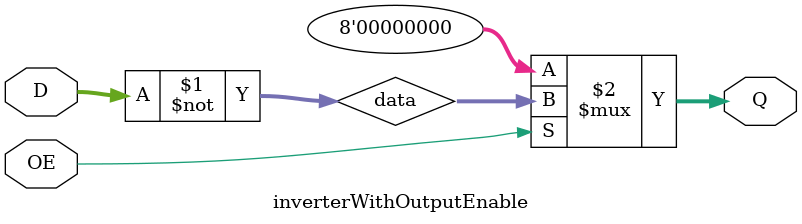
<source format=v>
`timescale 1ns / 1ps
/************************************************************************
	 inverterWithOutputEnable.v

	 Inverter with output enable for BeebSCSI
    BeebSCSI - BBC Micro SCSI Drive Emulator
    Copyright (C) 2016 Simon Inns

	 This file is part of BeebSCSI.

    BeebSCSI is free software: you can redistribute it and/or modify
	 it under the terms of the GNU General Public License as published by
	 the Free Software Foundation, either version 3 of the License, or
	 (at your option) any later version.

    This program is distributed in the hope that it will be useful,
    but WITHOUT ANY WARRANTY; without even the implied warranty of
    MERCHANTABILITY or FITNESS FOR A PARTICULAR PURPOSE.  See the
    GNU General Public License for more details.

    You should have received a copy of the GNU General Public License
    along with this program.  If not, see <http://www.gnu.org/licenses/>.

	 Email: simon.inns@gmail.com

************************************************************************/
module inverterWithOutputEnable(
    input [7:0] D,
    input OE,
    output [7:0] Q
    );

	// If we are connected to the external bus D should be inverted, if connected
	// to the internal bus D should not be inverted
	wire [7:0] data;
	assign data = ~D;

	// If output is enabled, Q = data otherwise Q = 0.
	// If output is disabled we should high-Z, but since the module
	// is buried we have to rely on the bidirectional control to implement
	// high-Z
	assign Q = (OE) ? data : 8'b0;

endmodule

</source>
